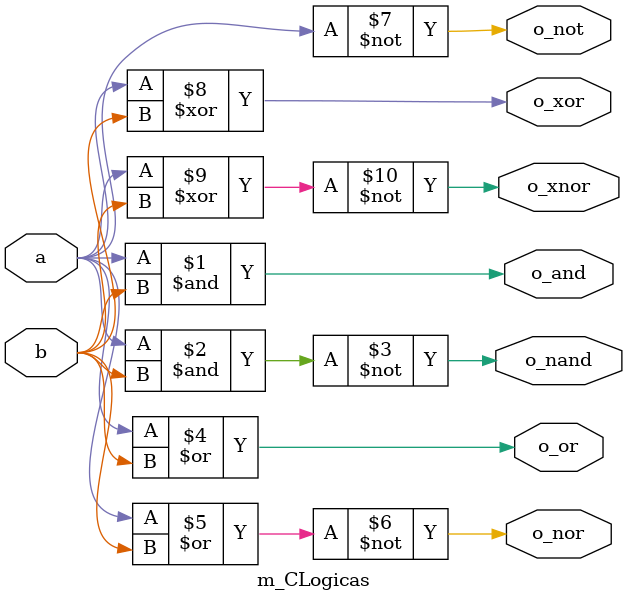
<source format=v>
module m_CLogicas(
	input a,
	input b,
	output o_and,
	output o_nand,
	output o_or,
	output o_nor,
	output o_not,
	output o_xor,
	output o_xnor);
assign o_and = a & b;
assign o_nand = ~(a & b);
assign o_or = a | b;
assign o_nor = ~(a | b);
assign o_not = ~a;
assign o_xor = a ^ b;
assign o_xnor = ~(a ^ b);
endmodule 

</source>
